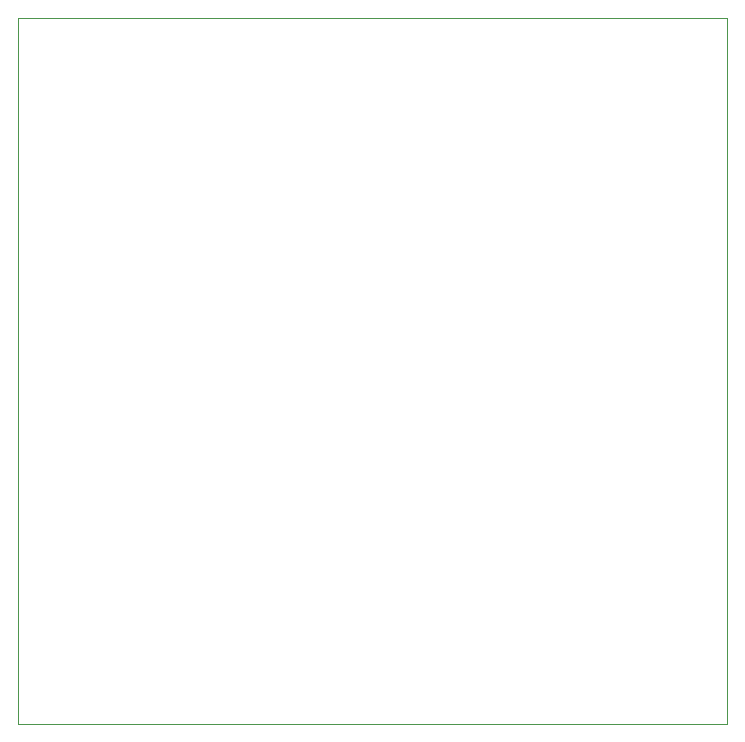
<source format=gm1>
%TF.GenerationSoftware,KiCad,Pcbnew,8.0.7*%
%TF.CreationDate,2025-01-02T12:23:41+01:00*%
%TF.ProjectId,kyncat,6b796e63-6174-42e6-9b69-6361645f7063,rev?*%
%TF.SameCoordinates,Original*%
%TF.FileFunction,Profile,NP*%
%FSLAX46Y46*%
G04 Gerber Fmt 4.6, Leading zero omitted, Abs format (unit mm)*
G04 Created by KiCad (PCBNEW 8.0.7) date 2025-01-02 12:23:41*
%MOMM*%
%LPD*%
G01*
G04 APERTURE LIST*
%TA.AperFunction,Profile*%
%ADD10C,0.100000*%
%TD*%
G04 APERTURE END LIST*
D10*
X103500000Y-38250000D02*
X163500000Y-38250000D01*
X163500000Y-98000000D01*
X103500000Y-98000000D01*
X103500000Y-38250000D01*
M02*

</source>
